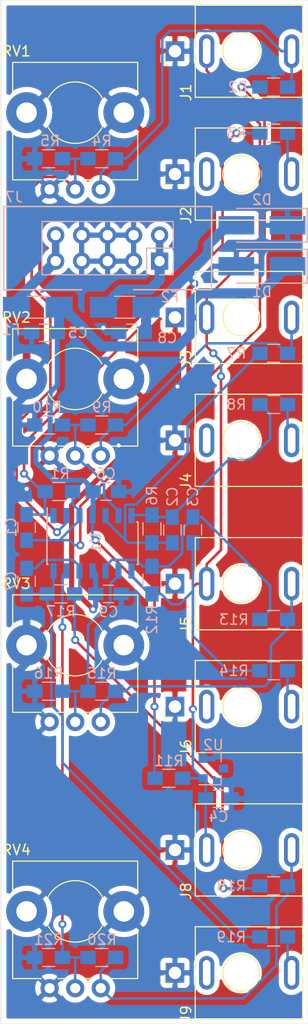
<source format=kicad_pcb>
(kicad_pcb (version 20171130) (host pcbnew "(5.1.4)-1")
  (layers (0 F.Cu signal hide) (31 B.Cu signal) (34 B.Paste user hide) (35 F.Paste user hide) (36 B.SilkS user) (37 F.SilkS user hide) (38 B.Mask user hide) (39 F.Mask user hide) (44 Edge.Cuts user hide))
  (net 0 "")
  (net 1 "Net-(C1-Pad1)")
  (net 2 "Net-(C1-Pad2)")
  (net 3 "Net-(C2-Pad2)")
  (net 4 "Net-(C2-Pad1)")
  (net 5 "Net-(C3-Pad1)")
  (net 6 "Net-(C3-Pad2)")
  (net 7 GND)
  (net 8 +5V)
  (net 9 +12V)
  (net 10 "Net-(C7-Pad2)")
  (net 11 "Net-(C7-Pad1)")
  (net 12 -12V)
  (net 13 "Net-(F1-Pad1)")
  (net 14 "Net-(F2-Pad1)")
  (net 15 "Net-(J1-PadT)")
  (net 16 "Net-(J2-PadTN)")
  (net 17 "Net-(J2-PadT)")
  (net 18 "Net-(J3-PadT)")
  (net 19 "Net-(J4-PadT)")
  (net 20 "Net-(J4-PadTN)")
  (net 21 "Net-(J5-PadT)")
  (net 22 "Net-(J6-PadT)")
  (net 23 "Net-(J6-PadTN)")
  (net 24 "Net-(J8-PadT)")
  (net 25 "Net-(J9-PadT)")
  (net 26 "Net-(J9-PadTN)")
  (net 27 "Net-(R4-Pad1)")
  (net 28 "Net-(R10-Pad2)")
  (net 29 "Net-(R15-Pad1)")
  (net 30 "Net-(R20-Pad1)")
  (module _NTSFootprints:Potentiometer_Alps_RK09L_Plated_Mount_Holes (layer F.Cu) (at 109.75 146.5 90)
    (fp_text reference RV4 (at 13.5 -8.25 180) (layer F.SilkS))
    (fp_text value 100k)
    (pad "" thru_hole circle (at 7.5 2.25 90) (size 4 4) (drill 2) (layers *.Cu *.Mask) (net 7 GND))
    (pad "" thru_hole circle (at 7.5 -7.25 90) (size 4 4) (drill 2) (layers *.Cu *.Mask) (net 7 GND))
    (pad 1 thru_hole circle (at 0 0 90) (size 1.8 1.8) (drill 1) (layers *.Cu *.Mask) (net 24 "Net-(J8-PadT)"))
    (pad 2 thru_hole circle (at 0 -2.5 90) (size 1.8 1.8) (drill 1) (layers *.Cu *.Mask) (net 30 "Net-(R20-Pad1)"))
    (pad 3 thru_hole circle (at 0 -5 90) (size 1.8 1.8) (drill 1) (layers *.Cu *.Mask) (net 7 GND))
  )
  (module Capacitors_SMD:C_0805_HandSoldering (layer B.Cu) (at 102.5 101.5 270)
    (fp_text reference C1 (at 0 1.5 90) (layer B.SilkS) (effects (justify mirror)))
    (fp_text value 10pF)
    (pad 1 smd rect (at -1.25 0 270) (size 1.5 1.25) (layers B.Cu B.Paste B.Mask) (net 1 "Net-(C1-Pad1)"))
    (pad 2 smd rect (at 1.25 0 270) (size 1.5 1.25) (layers B.Cu B.Paste B.Mask) (net 2 "Net-(C1-Pad2)"))
  )
  (module Capacitors_SMD:C_0805_HandSoldering (layer B.Cu) (at 116.75 101.75 270)
    (fp_text reference C2 (at -3.25 0 90) (layer B.SilkS) (effects (justify mirror)))
    (fp_text value 10pF)
    (pad 2 smd rect (at 1.25 0 270) (size 1.5 1.25) (layers B.Cu B.Paste B.Mask) (net 3 "Net-(C2-Pad2)"))
    (pad 1 smd rect (at -1.25 0 270) (size 1.5 1.25) (layers B.Cu B.Paste B.Mask) (net 4 "Net-(C2-Pad1)"))
  )
  (module Capacitors_SMD:C_0805_HandSoldering (layer B.Cu) (at 118.75 101.75 90)
    (fp_text reference C3 (at 3.25 0 90) (layer B.SilkS) (effects (justify mirror)))
    (fp_text value 10pF)
    (pad 1 smd rect (at -1.25 0 90) (size 1.5 1.25) (layers B.Cu B.Paste B.Mask) (net 5 "Net-(C3-Pad1)"))
    (pad 2 smd rect (at 1.25 0 90) (size 1.5 1.25) (layers B.Cu B.Paste B.Mask) (net 6 "Net-(C3-Pad2)"))
  )
  (module Capacitors_SMD:C_0805_HandSoldering (layer B.Cu) (at 121.25 128)
    (fp_text reference C4 (at 0 1.75) (layer B.SilkS) (effects (justify mirror)))
    (fp_text value 100nF)
    (pad 2 smd rect (at 1.25 0) (size 1.5 1.25) (layers B.Cu B.Paste B.Mask) (net 7 GND))
    (pad 1 smd rect (at -1.25 0) (size 1.5 1.25) (layers B.Cu B.Paste B.Mask) (net 8 +5V))
  )
  (module Capacitors_SMD:C_0805_HandSoldering (layer B.Cu) (at 104.25 82.5 180)
    (fp_text reference C5 (at -3.25 0) (layer B.SilkS) (effects (justify mirror)))
    (fp_text value 10uF)
    (pad 2 smd rect (at 1.25 0 180) (size 1.5 1.25) (layers B.Cu B.Paste B.Mask) (net 7 GND))
    (pad 1 smd rect (at -1.25 0 180) (size 1.5 1.25) (layers B.Cu B.Paste B.Mask) (net 9 +12V))
  )
  (module Capacitors_SMD:C_0805_HandSoldering (layer B.Cu) (at 110.25 98)
    (fp_text reference C6 (at 0 -1.75) (layer B.SilkS) (effects (justify mirror)))
    (fp_text value 100nF)
    (pad 2 smd rect (at 1.25 0) (size 1.5 1.25) (layers B.Cu B.Paste B.Mask) (net 7 GND))
    (pad 1 smd rect (at -1.25 0) (size 1.5 1.25) (layers B.Cu B.Paste B.Mask) (net 9 +12V))
  )
  (module Capacitors_SMD:C_0805_HandSoldering (layer B.Cu) (at 102.5 106.75 90)
    (fp_text reference C7 (at 0 -1.5 90) (layer B.SilkS) (effects (justify mirror)))
    (fp_text value 10pF)
    (pad 2 smd rect (at 1.25 0 90) (size 1.5 1.25) (layers B.Cu B.Paste B.Mask) (net 10 "Net-(C7-Pad2)"))
    (pad 1 smd rect (at -1.25 0 90) (size 1.5 1.25) (layers B.Cu B.Paste B.Mask) (net 11 "Net-(C7-Pad1)"))
  )
  (module Capacitors_SMD:C_0805_HandSoldering (layer B.Cu) (at 112.75 82.5)
    (fp_text reference C8 (at 3.5 0.5) (layer B.SilkS) (effects (justify mirror)))
    (fp_text value 10uF)
    (pad 1 smd rect (at -1.25 0) (size 1.5 1.25) (layers B.Cu B.Paste B.Mask) (net 7 GND))
    (pad 2 smd rect (at 1.25 0) (size 1.5 1.25) (layers B.Cu B.Paste B.Mask) (net 12 -12V))
  )
  (module Capacitors_SMD:C_0805_HandSoldering (layer B.Cu) (at 110.5 108 180)
    (fp_text reference C9 (at 0 -1.75 180) (layer B.SilkS) (effects (justify mirror)))
    (fp_text value 100nF)
    (pad 1 smd rect (at -1.25 0 180) (size 1.5 1.25) (layers B.Cu B.Paste B.Mask) (net 7 GND))
    (pad 2 smd rect (at 1.25 0 180) (size 1.5 1.25) (layers B.Cu B.Paste B.Mask) (net 12 -12V))
  )
  (module Diodes_SMD:D_SMA_Handsoldering (layer B.Cu) (at 125.5 76 180)
    (fp_text reference D1 (at 0 -2.5 180) (layer B.SilkS) (effects (justify mirror)))
    (fp_text value D)
    (pad 1 smd rect (at -2.5 0 180) (size 3.5 1.8) (layers B.Cu B.Paste B.Mask) (net 9 +12V))
    (pad 2 smd rect (at 2.5 0 180) (size 3.5 1.8) (layers B.Cu B.Paste B.Mask) (net 7 GND))
  )
  (module Diodes_SMD:D_SMA_Handsoldering (layer B.Cu) (at 125.5 72 180)
    (fp_text reference D2 (at 0 2.5) (layer B.SilkS) (effects (justify mirror)))
    (fp_text value D)
    (pad 2 smd rect (at 2.5 0 180) (size 3.5 1.8) (layers B.Cu B.Paste B.Mask) (net 12 -12V))
    (pad 1 smd rect (at -2.5 0 180) (size 3.5 1.8) (layers B.Cu B.Paste B.Mask) (net 7 GND))
  )
  (module Fuse_Holders_and_Fuses:Fuse_SMD1206_HandSoldering (layer B.Cu) (at 103.59 80)
    (fp_text reference F1 (at -2.59 2.2 180) (layer B.SilkS) (effects (justify mirror)))
    (fp_text value Polyfuse)
    (pad 1 smd rect (at -2.09 0 270) (size 2.03 2.65) (layers B.Cu B.Paste B.Mask) (net 13 "Net-(F1-Pad1)"))
    (pad 2 smd rect (at 2.09 0 270) (size 2.03 2.65) (layers B.Cu B.Paste B.Mask) (net 9 +12V))
  )
  (module Fuse_Holders_and_Fuses:Fuse_SMD1206_HandSoldering (layer B.Cu) (at 112.09 80)
    (fp_text reference F2 (at 4.41 -1 180) (layer B.SilkS) (effects (justify mirror)))
    (fp_text value Polyfuse)
    (pad 2 smd rect (at 2.09 0 270) (size 2.03 2.65) (layers B.Cu B.Paste B.Mask) (net 12 -12V))
    (pad 1 smd rect (at -2.09 0 270) (size 2.03 2.65) (layers B.Cu B.Paste B.Mask) (net 14 "Net-(F2-Pad1)"))
  )
  (module _NTSFootprints:Jack_3.5mm_QingPu_WQP-PJ398SM_Vertical_CenterHole_OvalPads (layer F.Cu) (at 117 55 90)
    (fp_text reference J1 (at -4.03 1.08 90) (layer F.SilkS))
    (fp_text value AudioJack2_SwitchT hide)
    (pad "" np_thru_hole circle (at 0 6.477 270) (size 3 3) (drill 3) (layers *.Cu *.Mask))
    (pad TN thru_hole oval (at 0 3.1 270) (size 3.3 1.5) (drill oval 2.5 0.75) (layers *.Cu *.Mask) (net 8 +5V))
    (pad S thru_hole rect (at 0 0 270) (size 1.93 1.83) (drill 1.22) (layers *.Cu *.Mask) (net 7 GND))
    (pad T thru_hole oval (at 0 11.4 270) (size 3.3 1.5) (drill oval 2.5 0.75) (layers *.Cu *.Mask) (net 15 "Net-(J1-PadT)"))
  )
  (module _NTSFootprints:Jack_3.5mm_QingPu_WQP-PJ398SM_Vertical_CenterHole_OvalPads (layer F.Cu) (at 117 67 90)
    (fp_text reference J2 (at -4.03 1.08 90) (layer F.SilkS))
    (fp_text value AudioJack2_SwitchT hide)
    (pad "" np_thru_hole circle (at 0 6.477 270) (size 3 3) (drill 3) (layers *.Cu *.Mask))
    (pad TN thru_hole oval (at 0 3.1 270) (size 3.3 1.5) (drill oval 2.5 0.75) (layers *.Cu *.Mask) (net 16 "Net-(J2-PadTN)"))
    (pad S thru_hole rect (at 0 0 270) (size 1.93 1.83) (drill 1.22) (layers *.Cu *.Mask) (net 7 GND))
    (pad T thru_hole oval (at 0 11.4 270) (size 3.3 1.5) (drill oval 2.5 0.75) (layers *.Cu *.Mask) (net 17 "Net-(J2-PadT)"))
  )
  (module _NTSFootprints:Jack_3.5mm_QingPu_WQP-PJ398SM_Vertical_CenterHole_OvalPads (layer F.Cu) (at 117 81 90)
    (fp_text reference J3 (at -4.03 1.08 90) (layer F.SilkS))
    (fp_text value AudioJack2_SwitchT hide)
    (pad "" np_thru_hole circle (at 0 6.477 270) (size 3 3) (drill 3) (layers *.Cu *.Mask))
    (pad TN thru_hole oval (at 0 3.1 270) (size 3.3 1.5) (drill oval 2.5 0.75) (layers *.Cu *.Mask) (net 8 +5V))
    (pad S thru_hole rect (at 0 0 270) (size 1.93 1.83) (drill 1.22) (layers *.Cu *.Mask) (net 7 GND))
    (pad T thru_hole oval (at 0 11.4 270) (size 3.3 1.5) (drill oval 2.5 0.75) (layers *.Cu *.Mask) (net 18 "Net-(J3-PadT)"))
  )
  (module _NTSFootprints:Jack_3.5mm_QingPu_WQP-PJ398SM_Vertical_CenterHole_OvalPads (layer F.Cu) (at 117 93 90)
    (fp_text reference J4 (at -4.03 1.08 90) (layer F.SilkS))
    (fp_text value AudioJack2_SwitchT hide)
    (pad T thru_hole oval (at 0 11.4 270) (size 3.3 1.5) (drill oval 2.5 0.75) (layers *.Cu *.Mask) (net 19 "Net-(J4-PadT)"))
    (pad S thru_hole rect (at 0 0 270) (size 1.93 1.83) (drill 1.22) (layers *.Cu *.Mask) (net 7 GND))
    (pad TN thru_hole oval (at 0 3.1 270) (size 3.3 1.5) (drill oval 2.5 0.75) (layers *.Cu *.Mask) (net 20 "Net-(J4-PadTN)"))
    (pad "" np_thru_hole circle (at 0 6.477 270) (size 3 3) (drill 3) (layers *.Cu *.Mask))
  )
  (module _NTSFootprints:Jack_3.5mm_QingPu_WQP-PJ398SM_Vertical_CenterHole_OvalPads (layer F.Cu) (at 117 107 90)
    (fp_text reference J5 (at -4.03 1.08 90) (layer F.SilkS))
    (fp_text value AudioJack2_SwitchT hide)
    (pad "" np_thru_hole circle (at 0 6.477 270) (size 3 3) (drill 3) (layers *.Cu *.Mask))
    (pad TN thru_hole oval (at 0 3.1 270) (size 3.3 1.5) (drill oval 2.5 0.75) (layers *.Cu *.Mask) (net 8 +5V))
    (pad S thru_hole rect (at 0 0 270) (size 1.93 1.83) (drill 1.22) (layers *.Cu *.Mask) (net 7 GND))
    (pad T thru_hole oval (at 0 11.4 270) (size 3.3 1.5) (drill oval 2.5 0.75) (layers *.Cu *.Mask) (net 21 "Net-(J5-PadT)"))
  )
  (module _NTSFootprints:Jack_3.5mm_QingPu_WQP-PJ398SM_Vertical_CenterHole_OvalPads (layer F.Cu) (at 117 119 90)
    (fp_text reference J6 (at -4.03 1.08 90) (layer F.SilkS))
    (fp_text value AudioJack2_SwitchT hide)
    (pad T thru_hole oval (at 0 11.4 270) (size 3.3 1.5) (drill oval 2.5 0.75) (layers *.Cu *.Mask) (net 22 "Net-(J6-PadT)"))
    (pad S thru_hole rect (at 0 0 270) (size 1.93 1.83) (drill 1.22) (layers *.Cu *.Mask) (net 7 GND))
    (pad TN thru_hole oval (at 0 3.1 270) (size 3.3 1.5) (drill oval 2.5 0.75) (layers *.Cu *.Mask) (net 23 "Net-(J6-PadTN)"))
    (pad "" np_thru_hole circle (at 0 6.477 270) (size 3 3) (drill 3) (layers *.Cu *.Mask))
  )
  (module _NTSFootprints:Jack_3.5mm_QingPu_WQP-PJ398SM_Vertical_CenterHole_OvalPads (layer F.Cu) (at 117 133 90)
    (fp_text reference J8 (at -4.03 1.08 90) (layer F.SilkS))
    (fp_text value AudioJack2_SwitchT hide)
    (pad T thru_hole oval (at 0 11.4 270) (size 3.3 1.5) (drill oval 2.5 0.75) (layers *.Cu *.Mask) (net 24 "Net-(J8-PadT)"))
    (pad S thru_hole rect (at 0 0 270) (size 1.93 1.83) (drill 1.22) (layers *.Cu *.Mask) (net 7 GND))
    (pad TN thru_hole oval (at 0 3.1 270) (size 3.3 1.5) (drill oval 2.5 0.75) (layers *.Cu *.Mask) (net 8 +5V))
    (pad "" np_thru_hole circle (at 0 6.477 270) (size 3 3) (drill 3) (layers *.Cu *.Mask))
  )
  (module _NTSFootprints:Jack_3.5mm_QingPu_WQP-PJ398SM_Vertical_CenterHole_OvalPads (layer F.Cu) (at 117 145 90)
    (fp_text reference J9 (at -4.03 1.08 90) (layer F.SilkS))
    (fp_text value AudioJack2_SwitchT hide)
    (pad T thru_hole oval (at 0 11.4 270) (size 3.3 1.5) (drill oval 2.5 0.75) (layers *.Cu *.Mask) (net 25 "Net-(J9-PadT)"))
    (pad S thru_hole rect (at 0 0 270) (size 1.93 1.83) (drill 1.22) (layers *.Cu *.Mask) (net 7 GND))
    (pad TN thru_hole oval (at 0 3.1 270) (size 3.3 1.5) (drill oval 2.5 0.75) (layers *.Cu *.Mask) (net 26 "Net-(J9-PadTN)"))
    (pad "" np_thru_hole circle (at 0 6.477 270) (size 3 3) (drill 3) (layers *.Cu *.Mask))
  )
  (module Resistors_SMD:R_0805_HandSoldering (layer B.Cu) (at 105.65 98)
    (fp_text reference R1 (at 0.1 -1.75) (layer B.SilkS) (effects (justify mirror)))
    (fp_text value 100k)
    (pad 1 smd rect (at -1.35 0) (size 1.5 1.3) (layers B.Cu B.Paste B.Mask) (net 1 "Net-(C1-Pad1)"))
    (pad 2 smd rect (at 1.35 0) (size 1.5 1.3) (layers B.Cu B.Paste B.Mask) (net 2 "Net-(C1-Pad2)"))
  )
  (module Resistors_SMD:R_0805_HandSoldering (layer B.Cu) (at 126.65 58.5)
    (fp_text reference R2 (at -3.5 0) (layer B.SilkS) (effects (justify mirror)))
    (fp_text value 100k)
    (pad 1 smd rect (at -1.35 0) (size 1.5 1.3) (layers B.Cu B.Paste B.Mask) (net 2 "Net-(C1-Pad2)"))
    (pad 2 smd rect (at 1.35 0) (size 1.5 1.3) (layers B.Cu B.Paste B.Mask) (net 15 "Net-(J1-PadT)"))
  )
  (module Resistors_SMD:R_0805_HandSoldering (layer B.Cu) (at 126.65 63 180)
    (fp_text reference R3 (at 3.65 0) (layer B.SilkS) (effects (justify mirror)))
    (fp_text value 100)
    (pad 2 smd rect (at 1.35 0 180) (size 1.5 1.3) (layers B.Cu B.Paste B.Mask) (net 1 "Net-(C1-Pad1)"))
    (pad 1 smd rect (at -1.35 0 180) (size 1.5 1.3) (layers B.Cu B.Paste B.Mask) (net 17 "Net-(J2-PadT)"))
  )
  (module Resistors_SMD:R_0805_HandSoldering (layer B.Cu) (at 109.85 65.5)
    (fp_text reference R4 (at 0 -1.75) (layer B.SilkS) (effects (justify mirror)))
    (fp_text value 100k)
    (pad 2 smd rect (at 1.35 0) (size 1.5 1.3) (layers B.Cu B.Paste B.Mask) (net 15 "Net-(J1-PadT)"))
    (pad 1 smd rect (at -1.35 0) (size 1.5 1.3) (layers B.Cu B.Paste B.Mask) (net 27 "Net-(R4-Pad1)"))
  )
  (module Resistors_SMD:R_0805_HandSoldering (layer B.Cu) (at 104.65 65.5)
    (fp_text reference R5 (at 0.15 -1.75) (layer B.SilkS) (effects (justify mirror)))
    (fp_text value 100k)
    (pad 1 smd rect (at -1.35 0) (size 1.5 1.3) (layers B.Cu B.Paste B.Mask) (net 7 GND))
    (pad 2 smd rect (at 1.35 0) (size 1.5 1.3) (layers B.Cu B.Paste B.Mask) (net 27 "Net-(R4-Pad1)"))
  )
  (module Resistors_SMD:R_0805_HandSoldering (layer B.Cu) (at 114.75 101.65 270)
    (fp_text reference R6 (at -3.25 0 90) (layer B.SilkS) (effects (justify mirror)))
    (fp_text value 100k)
    (pad 2 smd rect (at 1.35 0 270) (size 1.5 1.3) (layers B.Cu B.Paste B.Mask) (net 3 "Net-(C2-Pad2)"))
    (pad 1 smd rect (at -1.35 0 270) (size 1.5 1.3) (layers B.Cu B.Paste B.Mask) (net 4 "Net-(C2-Pad1)"))
  )
  (module Resistors_SMD:R_0805_HandSoldering (layer B.Cu) (at 126.65 84.5)
    (fp_text reference R7 (at -3.65 0) (layer B.SilkS) (effects (justify mirror)))
    (fp_text value 100k)
    (pad 2 smd rect (at 1.35 0) (size 1.5 1.3) (layers B.Cu B.Paste B.Mask) (net 18 "Net-(J3-PadT)"))
    (pad 1 smd rect (at -1.35 0) (size 1.5 1.3) (layers B.Cu B.Paste B.Mask) (net 3 "Net-(C2-Pad2)"))
  )
  (module Resistors_SMD:R_0805_HandSoldering (layer B.Cu) (at 126.65 89.5 180)
    (fp_text reference R8 (at 3.65 0) (layer B.SilkS) (effects (justify mirror)))
    (fp_text value 100)
    (pad 2 smd rect (at 1.35 0 180) (size 1.5 1.3) (layers B.Cu B.Paste B.Mask) (net 4 "Net-(C2-Pad1)"))
    (pad 1 smd rect (at -1.35 0 180) (size 1.5 1.3) (layers B.Cu B.Paste B.Mask) (net 19 "Net-(J4-PadT)"))
  )
  (module Resistors_SMD:R_0805_HandSoldering (layer B.Cu) (at 109.85 91.5)
    (fp_text reference R9 (at 0 -1.75) (layer B.SilkS) (effects (justify mirror)))
    (fp_text value 100k)
    (pad 1 smd rect (at -1.35 0) (size 1.5 1.3) (layers B.Cu B.Paste B.Mask) (net 28 "Net-(R10-Pad2)"))
    (pad 2 smd rect (at 1.35 0) (size 1.5 1.3) (layers B.Cu B.Paste B.Mask) (net 18 "Net-(J3-PadT)"))
  )
  (module Resistors_SMD:R_0805_HandSoldering (layer B.Cu) (at 104.65 91.5)
    (fp_text reference R10 (at -0.15 -1.75) (layer B.SilkS) (effects (justify mirror)))
    (fp_text value 100k)
    (pad 2 smd rect (at 1.35 0) (size 1.5 1.3) (layers B.Cu B.Paste B.Mask) (net 28 "Net-(R10-Pad2)"))
    (pad 1 smd rect (at -1.35 0) (size 1.5 1.3) (layers B.Cu B.Paste B.Mask) (net 7 GND))
  )
  (module Resistors_SMD:R_0805_HandSoldering (layer B.Cu) (at 116.4 126 180)
    (fp_text reference R11 (at 0 1.7) (layer B.SilkS) (effects (justify mirror)))
    (fp_text value 1k)
    (pad 1 smd rect (at -1.35 0 180) (size 1.5 1.3) (layers B.Cu B.Paste B.Mask) (net 8 +5V))
    (pad 2 smd rect (at 1.35 0 180) (size 1.5 1.3) (layers B.Cu B.Paste B.Mask) (net 9 +12V))
  )
  (module Resistors_SMD:R_0805_HandSoldering (layer B.Cu) (at 114.75 106.65 90)
    (fp_text reference R12 (at -3.85 0 90) (layer B.SilkS) (effects (justify mirror)))
    (fp_text value 100k)
    (pad 2 smd rect (at 1.35 0 90) (size 1.5 1.3) (layers B.Cu B.Paste B.Mask) (net 6 "Net-(C3-Pad2)"))
    (pad 1 smd rect (at -1.35 0 90) (size 1.5 1.3) (layers B.Cu B.Paste B.Mask) (net 5 "Net-(C3-Pad1)"))
  )
  (module Resistors_SMD:R_0805_HandSoldering (layer B.Cu) (at 126.65 110.5)
    (fp_text reference R13 (at -3.9 0) (layer B.SilkS) (effects (justify mirror)))
    (fp_text value 100k)
    (pad 2 smd rect (at 1.35 0) (size 1.5 1.3) (layers B.Cu B.Paste B.Mask) (net 21 "Net-(J5-PadT)"))
    (pad 1 smd rect (at -1.35 0) (size 1.5 1.3) (layers B.Cu B.Paste B.Mask) (net 6 "Net-(C3-Pad2)"))
  )
  (module Resistors_SMD:R_0805_HandSoldering (layer B.Cu) (at 126.65 115.5 180)
    (fp_text reference R14 (at 3.9 0) (layer B.SilkS) (effects (justify mirror)))
    (fp_text value 100)
    (pad 1 smd rect (at -1.35 0 180) (size 1.5 1.3) (layers B.Cu B.Paste B.Mask) (net 22 "Net-(J6-PadT)"))
    (pad 2 smd rect (at 1.35 0 180) (size 1.5 1.3) (layers B.Cu B.Paste B.Mask) (net 5 "Net-(C3-Pad1)"))
  )
  (module Resistors_SMD:R_0805_HandSoldering (layer B.Cu) (at 109.85 117.5)
    (fp_text reference R15 (at 0 -1.75) (layer B.SilkS) (effects (justify mirror)))
    (fp_text value 100k)
    (pad 1 smd rect (at -1.35 0) (size 1.5 1.3) (layers B.Cu B.Paste B.Mask) (net 29 "Net-(R15-Pad1)"))
    (pad 2 smd rect (at 1.35 0) (size 1.5 1.3) (layers B.Cu B.Paste B.Mask) (net 21 "Net-(J5-PadT)"))
  )
  (module Resistors_SMD:R_0805_HandSoldering (layer B.Cu) (at 104.65 117.5)
    (fp_text reference R16 (at 0 -1.75) (layer B.SilkS) (effects (justify mirror)))
    (fp_text value 100k)
    (pad 2 smd rect (at 1.35 0) (size 1.5 1.3) (layers B.Cu B.Paste B.Mask) (net 29 "Net-(R15-Pad1)"))
    (pad 1 smd rect (at -1.35 0) (size 1.5 1.3) (layers B.Cu B.Paste B.Mask) (net 7 GND))
  )
  (module Resistors_SMD:R_0805_HandSoldering (layer B.Cu) (at 105.85 108)
    (fp_text reference R17 (at 0 1.7) (layer B.SilkS) (effects (justify mirror)))
    (fp_text value 100k)
    (pad 2 smd rect (at 1.35 0) (size 1.5 1.3) (layers B.Cu B.Paste B.Mask) (net 10 "Net-(C7-Pad2)"))
    (pad 1 smd rect (at -1.35 0) (size 1.5 1.3) (layers B.Cu B.Paste B.Mask) (net 11 "Net-(C7-Pad1)"))
  )
  (module Resistors_SMD:R_0805_HandSoldering (layer B.Cu) (at 126.65 136.5)
    (fp_text reference R18 (at -4.15 0) (layer B.SilkS) (effects (justify mirror)))
    (fp_text value 100k)
    (pad 2 smd rect (at 1.35 0) (size 1.5 1.3) (layers B.Cu B.Paste B.Mask) (net 24 "Net-(J8-PadT)"))
    (pad 1 smd rect (at -1.35 0) (size 1.5 1.3) (layers B.Cu B.Paste B.Mask) (net 10 "Net-(C7-Pad2)"))
  )
  (module Resistors_SMD:R_0805_HandSoldering (layer B.Cu) (at 126.65 141.5 180)
    (fp_text reference R19 (at 4.15 0) (layer B.SilkS) (effects (justify mirror)))
    (fp_text value 100)
    (pad 1 smd rect (at -1.35 0 180) (size 1.5 1.3) (layers B.Cu B.Paste B.Mask) (net 25 "Net-(J9-PadT)"))
    (pad 2 smd rect (at 1.35 0 180) (size 1.5 1.3) (layers B.Cu B.Paste B.Mask) (net 11 "Net-(C7-Pad1)"))
  )
  (module Resistors_SMD:R_0805_HandSoldering (layer B.Cu) (at 109.85 143.5)
    (fp_text reference R20 (at 0 -1.75) (layer B.SilkS) (effects (justify mirror)))
    (fp_text value 100k)
    (pad 1 smd rect (at -1.35 0) (size 1.5 1.3) (layers B.Cu B.Paste B.Mask) (net 30 "Net-(R20-Pad1)"))
    (pad 2 smd rect (at 1.35 0) (size 1.5 1.3) (layers B.Cu B.Paste B.Mask) (net 24 "Net-(J8-PadT)"))
  )
  (module Resistors_SMD:R_0805_HandSoldering (layer B.Cu) (at 104.65 143.5)
    (fp_text reference R21 (at 0 -1.75) (layer B.SilkS) (effects (justify mirror)))
    (fp_text value 100k)
    (pad 2 smd rect (at 1.35 0) (size 1.5 1.3) (layers B.Cu B.Paste B.Mask) (net 30 "Net-(R20-Pad1)"))
    (pad 1 smd rect (at -1.35 0) (size 1.5 1.3) (layers B.Cu B.Paste B.Mask) (net 7 GND))
  )
  (module Housings_SOIC:SOIC-14_3.9x8.7mm_Pitch1.27mm (layer B.Cu) (at 108.94 103.05 270)
    (fp_text reference U1 (at -0.05 -0.31 90) (layer B.SilkS) (effects (justify mirror)))
    (fp_text value TL084)
    (pad 14 smd rect (at 2.7 3.81 270) (size 1.5 0.6) (layers B.Cu B.Paste B.Mask) (net 11 "Net-(C7-Pad1)"))
    (pad 13 smd rect (at 2.7 2.54 270) (size 1.5 0.6) (layers B.Cu B.Paste B.Mask) (net 30 "Net-(R20-Pad1)"))
    (pad 12 smd rect (at 2.7 1.27 270) (size 1.5 0.6) (layers B.Cu B.Paste B.Mask) (net 10 "Net-(C7-Pad2)"))
    (pad 11 smd rect (at 2.7 0 270) (size 1.5 0.6) (layers B.Cu B.Paste B.Mask) (net 12 -12V))
    (pad 10 smd rect (at 2.7 -1.27 270) (size 1.5 0.6) (layers B.Cu B.Paste B.Mask) (net 6 "Net-(C3-Pad2)"))
    (pad 9 smd rect (at 2.7 -2.54 270) (size 1.5 0.6) (layers B.Cu B.Paste B.Mask) (net 29 "Net-(R15-Pad1)"))
    (pad 8 smd rect (at 2.7 -3.81 270) (size 1.5 0.6) (layers B.Cu B.Paste B.Mask) (net 5 "Net-(C3-Pad1)"))
    (pad 7 smd rect (at -2.7 -3.81 270) (size 1.5 0.6) (layers B.Cu B.Paste B.Mask) (net 4 "Net-(C2-Pad1)"))
    (pad 6 smd rect (at -2.7 -2.54 270) (size 1.5 0.6) (layers B.Cu B.Paste B.Mask) (net 28 "Net-(R10-Pad2)"))
    (pad 5 smd rect (at -2.7 -1.27 270) (size 1.5 0.6) (layers B.Cu B.Paste B.Mask) (net 3 "Net-(C2-Pad2)"))
    (pad 4 smd rect (at -2.7 0 270) (size 1.5 0.6) (layers B.Cu B.Paste B.Mask) (net 9 +12V))
    (pad 3 smd rect (at -2.7 1.27 270) (size 1.5 0.6) (layers B.Cu B.Paste B.Mask) (net 2 "Net-(C1-Pad2)"))
    (pad 2 smd rect (at -2.7 2.54 270) (size 1.5 0.6) (layers B.Cu B.Paste B.Mask) (net 27 "Net-(R4-Pad1)"))
    (pad 1 smd rect (at -2.7 3.81 270) (size 1.5 0.6) (layers B.Cu B.Paste B.Mask) (net 1 "Net-(C1-Pad1)"))
  )
  (module TO_SOT_Packages_SMD:SOT-23 (layer B.Cu) (at 120.75 125.05)
    (fp_text reference U2 (at 0 -2.3) (layer B.SilkS) (effects (justify mirror)))
    (fp_text value LM4040DBZ-5)
    (pad 3 smd rect (at 1 0) (size 0.9 0.8) (layers B.Cu B.Paste B.Mask))
    (pad 2 smd rect (at -1 -0.95) (size 0.9 0.8) (layers B.Cu B.Paste B.Mask) (net 7 GND))
    (pad 1 smd rect (at -1 0.95) (size 0.9 0.8) (layers B.Cu B.Paste B.Mask) (net 8 +5V))
  )
  (module _NTSFootprints:Potentiometer_Alps_RK09L_Plated_Mount_Holes (layer F.Cu) (at 109.75 68.5 90)
    (fp_text reference RV1 (at 13.5 -8.25 180) (layer F.SilkS))
    (fp_text value 100k)
    (pad 3 thru_hole circle (at 0 -5 90) (size 1.8 1.8) (drill 1) (layers *.Cu *.Mask) (net 7 GND))
    (pad 2 thru_hole circle (at 0 -2.5 90) (size 1.8 1.8) (drill 1) (layers *.Cu *.Mask) (net 27 "Net-(R4-Pad1)"))
    (pad 1 thru_hole circle (at 0 0 90) (size 1.8 1.8) (drill 1) (layers *.Cu *.Mask) (net 15 "Net-(J1-PadT)"))
    (pad "" thru_hole circle (at 7.5 -7.25 90) (size 4 4) (drill 2) (layers *.Cu *.Mask) (net 7 GND))
    (pad "" thru_hole circle (at 7.5 2.25 90) (size 4 4) (drill 2) (layers *.Cu *.Mask) (net 7 GND))
  )
  (module _NTSFootprints:Potentiometer_Alps_RK09L_Plated_Mount_Holes (layer F.Cu) (at 109.75 94.5 90)
    (fp_text reference RV2 (at 13.5 -8.25 180) (layer F.SilkS))
    (fp_text value 100k)
    (pad 3 thru_hole circle (at 0 -5 90) (size 1.8 1.8) (drill 1) (layers *.Cu *.Mask) (net 7 GND))
    (pad 2 thru_hole circle (at 0 -2.5 90) (size 1.8 1.8) (drill 1) (layers *.Cu *.Mask) (net 28 "Net-(R10-Pad2)"))
    (pad 1 thru_hole circle (at 0 0 90) (size 1.8 1.8) (drill 1) (layers *.Cu *.Mask) (net 18 "Net-(J3-PadT)"))
    (pad "" thru_hole circle (at 7.5 -7.25 90) (size 4 4) (drill 2) (layers *.Cu *.Mask) (net 7 GND))
    (pad "" thru_hole circle (at 7.5 2.25 90) (size 4 4) (drill 2) (layers *.Cu *.Mask) (net 7 GND))
  )
  (module _NTSFootprints:Potentiometer_Alps_RK09L_Plated_Mount_Holes (layer F.Cu) (at 109.75 120.5 90)
    (fp_text reference RV3 (at 13.5 -8.25 180) (layer F.SilkS))
    (fp_text value 100k)
    (pad "" thru_hole circle (at 7.5 2.25 90) (size 4 4) (drill 2) (layers *.Cu *.Mask) (net 7 GND))
    (pad "" thru_hole circle (at 7.5 -7.25 90) (size 4 4) (drill 2) (layers *.Cu *.Mask) (net 7 GND))
    (pad 1 thru_hole circle (at 0 0 90) (size 1.8 1.8) (drill 1) (layers *.Cu *.Mask) (net 21 "Net-(J5-PadT)"))
    (pad 2 thru_hole circle (at 0 -2.5 90) (size 1.8 1.8) (drill 1) (layers *.Cu *.Mask) (net 29 "Net-(R15-Pad1)"))
    (pad 3 thru_hole circle (at 0 -5 90) (size 1.8 1.8) (drill 1) (layers *.Cu *.Mask) (net 7 GND))
  )
  (module _NTSFootprints:PinHeader_2x05_P2.54mm_Vertical_Shrouded (layer B.Cu) (at 115.5 75.5 90)
    (fp_text reference J7 (at 6.25 -14.25 180) (layer B.SilkS) (effects (justify mirror)))
    (fp_text value Conn_02x05_Odd_Even hide)
    (pad 1 thru_hole rect (at 0 0 90) (size 1.7 1.7) (drill 1) (layers *.Cu *.Mask) (net 14 "Net-(F2-Pad1)"))
    (pad 2 thru_hole oval (at 2.54 0 90) (size 1.7 1.7) (drill 1) (layers *.Cu *.Mask) (net 14 "Net-(F2-Pad1)"))
    (pad 3 thru_hole oval (at 0 -2.54 90) (size 1.7 1.7) (drill 1) (layers *.Cu *.Mask) (net 7 GND))
    (pad 4 thru_hole oval (at 2.54 -2.54 90) (size 1.7 1.7) (drill 1) (layers *.Cu *.Mask) (net 7 GND))
    (pad 5 thru_hole oval (at 0 -5.08 90) (size 1.7 1.7) (drill 1) (layers *.Cu *.Mask) (net 7 GND))
    (pad 6 thru_hole oval (at 2.54 -5.08 90) (size 1.7 1.7) (drill 1) (layers *.Cu *.Mask) (net 7 GND))
    (pad 7 thru_hole oval (at 0 -7.62 90) (size 1.7 1.7) (drill 1) (layers *.Cu *.Mask) (net 7 GND))
    (pad 8 thru_hole oval (at 2.54 -7.62 90) (size 1.7 1.7) (drill 1) (layers *.Cu *.Mask) (net 7 GND))
    (pad 9 thru_hole oval (at 0 -10.16 90) (size 1.7 1.7) (drill 1) (layers *.Cu *.Mask) (net 13 "Net-(F1-Pad1)"))
    (pad 10 thru_hole oval (at 2.54 -10.16 90) (size 1.7 1.7) (drill 1) (layers *.Cu *.Mask) (net 13 "Net-(F1-Pad1)"))
  )
  (gr_line (start 100 150) (end 130 150) (layer Edge.Cuts) (width 0.05))
  (gr_line (start 100 50) (end 130 50) (layer Edge.Cuts) (width 0.05))
  (gr_line (start 130 150) (end 130 50) (layer Edge.Cuts) (width 0.05))
  (gr_line (start 100 50) (end 100 150) (layer Edge.Cuts) (width 0.05))
  (segment (start 104.58 100.35) (end 105.13 100.35) (width 0.25) (layer B.Cu) (net 1))
  (segment (start 104.3 100.07) (end 104.58 100.35) (width 0.25) (layer B.Cu) (net 1))
  (segment (start 104.3 98) (end 104.3 100.07) (width 0.25) (layer B.Cu) (net 1))
  (segment (start 105.03 100.25) (end 105.13 100.35) (width 0.25) (layer B.Cu) (net 1))
  (segment (start 102.5 100.25) (end 105.03 100.25) (width 0.25) (layer B.Cu) (net 1))
  (via (at 123 63) (size 0.8) (drill 0.4) (layers F.Cu B.Cu) (net 1))
  (segment (start 125.3 63) (end 123 63) (width 0.25) (layer B.Cu) (net 1))
  (via (at 102.25 96.25) (size 0.8) (drill 0.4) (layers F.Cu B.Cu) (net 1))
  (segment (start 102.25 93.308998) (end 102.25 96.25) (width 0.25) (layer F.Cu) (net 1))
  (segment (start 121.651999 73.906999) (end 102.25 93.308998) (width 0.25) (layer F.Cu) (net 1))
  (segment (start 123 63) (end 121.651999 64.348001) (width 0.25) (layer F.Cu) (net 1))
  (segment (start 121.651999 64.348001) (end 121.651999 73.906999) (width 0.25) (layer F.Cu) (net 1))
  (segment (start 104 98) (end 104.3 98) (width 0.25) (layer B.Cu) (net 1))
  (segment (start 102.25 96.25) (end 104 98) (width 0.25) (layer B.Cu) (net 1))
  (segment (start 107.67 99.9) (end 107.67 100.35) (width 0.25) (layer B.Cu) (net 2))
  (segment (start 107 99.23) (end 107.67 99.9) (width 0.25) (layer B.Cu) (net 2))
  (segment (start 107 98) (end 107 99.23) (width 0.25) (layer B.Cu) (net 2))
  (segment (start 107.67 100.8) (end 107.67 100.35) (width 0.25) (layer B.Cu) (net 2))
  (segment (start 105.72 102.75) (end 107.67 100.8) (width 0.25) (layer B.Cu) (net 2))
  (segment (start 102.5 102.75) (end 105.72 102.75) (width 0.25) (layer B.Cu) (net 2))
  (via (at 123.5 58.5) (size 0.8) (drill 0.4) (layers F.Cu B.Cu) (net 2))
  (segment (start 125.3 58.5) (end 123.5 58.5) (width 0.25) (layer B.Cu) (net 2))
  (via (at 107.75 103.25) (size 0.8) (drill 0.4) (layers F.Cu B.Cu) (net 2))
  (segment (start 107.75 99.428002) (end 107.75 103.25) (width 0.25) (layer F.Cu) (net 2))
  (segment (start 125.302001 81.876001) (end 107.75 99.428002) (width 0.25) (layer F.Cu) (net 2))
  (segment (start 106.684315 102.75) (end 105.72 102.75) (width 0.25) (layer B.Cu) (net 2))
  (segment (start 107.184315 103.25) (end 106.684315 102.75) (width 0.25) (layer B.Cu) (net 2))
  (segment (start 107.75 103.25) (end 107.184315 103.25) (width 0.25) (layer B.Cu) (net 2))
  (segment (start 125.752011 60.752011) (end 125.125 60.125) (width 0.25) (layer F.Cu) (net 2))
  (segment (start 125.752011 74.084399) (end 125.752011 60.752011) (width 0.25) (layer F.Cu) (net 2))
  (segment (start 125.302001 74.534409) (end 125.752011 74.084399) (width 0.25) (layer F.Cu) (net 2))
  (segment (start 125.302001 81.876001) (end 125.302001 74.534409) (width 0.25) (layer F.Cu) (net 2))
  (segment (start 123.5 58.5) (end 125.125 60.125) (width 0.25) (layer F.Cu) (net 2))
  (segment (start 125.125 60.125) (end 125.302001 60.302001) (width 0.25) (layer F.Cu) (net 2))
  (segment (start 116.75 103) (end 114.75 103) (width 0.25) (layer B.Cu) (net 3))
  (segment (start 110.21 100.8) (end 110.21 100.35) (width 0.25) (layer B.Cu) (net 3))
  (segment (start 114.75 103) (end 112.41 103) (width 0.25) (layer B.Cu) (net 3))
  (segment (start 112.205 102.795) (end 110.21 100.8) (width 0.25) (layer B.Cu) (net 3))
  (segment (start 112.41 103) (end 112.205 102.795) (width 0.25) (layer B.Cu) (net 3))
  (segment (start 112.124999 102.714999) (end 112.205 102.795) (width 0.25) (layer B.Cu) (net 3))
  (segment (start 112.189999 99.274999) (end 112.124999 99.339999) (width 0.25) (layer B.Cu) (net 3))
  (segment (start 113.190003 99.274999) (end 112.189999 99.274999) (width 0.25) (layer B.Cu) (net 3))
  (segment (start 118.240001 94.225001) (end 113.190003 99.274999) (width 0.25) (layer B.Cu) (net 3))
  (segment (start 118.240001 91.459999) (end 118.240001 94.225001) (width 0.25) (layer B.Cu) (net 3))
  (segment (start 112.124999 99.339999) (end 112.124999 102.714999) (width 0.25) (layer B.Cu) (net 3))
  (segment (start 125.2 84.5) (end 118.240001 91.459999) (width 0.25) (layer B.Cu) (net 3))
  (segment (start 125.3 84.5) (end 125.2 84.5) (width 0.25) (layer B.Cu) (net 3))
  (segment (start 114.95 100.5) (end 114.75 100.3) (width 0.25) (layer B.Cu) (net 4))
  (segment (start 116.75 100.5) (end 114.95 100.5) (width 0.25) (layer B.Cu) (net 4))
  (segment (start 112.8 100.3) (end 112.75 100.35) (width 0.25) (layer B.Cu) (net 4))
  (segment (start 114.75 100.3) (end 112.8 100.3) (width 0.25) (layer B.Cu) (net 4))
  (segment (start 125.4 89.5) (end 125.3 89.5) (width 0.25) (layer B.Cu) (net 4))
  (segment (start 126.3 92.878002) (end 126.3 90.4) (width 0.25) (layer B.Cu) (net 4))
  (segment (start 124.353001 94.825001) (end 126.3 92.878002) (width 0.25) (layer B.Cu) (net 4))
  (segment (start 122.299999 94.825001) (end 124.353001 94.825001) (width 0.25) (layer B.Cu) (net 4))
  (segment (start 126.3 90.4) (end 125.4 89.5) (width 0.25) (layer B.Cu) (net 4))
  (segment (start 116.75 100.375) (end 122.299999 94.825001) (width 0.25) (layer B.Cu) (net 4))
  (segment (start 116.75 100.5) (end 116.75 100.375) (width 0.25) (layer B.Cu) (net 4))
  (segment (start 114.55 108) (end 114.75 108) (width 0.25) (layer B.Cu) (net 5))
  (segment (start 112.75 106.2) (end 114.55 108) (width 0.25) (layer B.Cu) (net 5))
  (segment (start 112.75 105.75) (end 112.75 106.2) (width 0.25) (layer B.Cu) (net 5))
  (segment (start 115.65 108) (end 114.75 108) (width 0.25) (layer B.Cu) (net 5))
  (segment (start 116.65 109) (end 115.65 108) (width 0.25) (layer B.Cu) (net 5))
  (segment (start 117.465002 109) (end 116.65 109) (width 0.25) (layer B.Cu) (net 5))
  (segment (start 118.75 107.715002) (end 117.465002 109) (width 0.25) (layer B.Cu) (net 5))
  (segment (start 118.75 112.1) (end 118.75 107.5) (width 0.25) (layer B.Cu) (net 5))
  (segment (start 122.15 115.5) (end 118.75 112.1) (width 0.25) (layer B.Cu) (net 5))
  (segment (start 125.3 115.5) (end 122.15 115.5) (width 0.25) (layer B.Cu) (net 5))
  (segment (start 118.75 103) (end 118.75 107.5) (width 0.25) (layer B.Cu) (net 5))
  (segment (start 118.75 107.5) (end 118.75 107.715002) (width 0.25) (layer B.Cu) (net 5))
  (segment (start 110.21 105.3) (end 110.21 105.75) (width 0.25) (layer B.Cu) (net 6))
  (segment (start 110.835001 104.674999) (end 110.21 105.3) (width 0.25) (layer B.Cu) (net 6))
  (segment (start 113.224999 104.674999) (end 110.835001 104.674999) (width 0.25) (layer B.Cu) (net 6))
  (segment (start 113.85 105.3) (end 113.224999 104.674999) (width 0.25) (layer B.Cu) (net 6))
  (segment (start 114.75 105.3) (end 113.85 105.3) (width 0.25) (layer B.Cu) (net 6))
  (segment (start 115.65 105.3) (end 114.75 105.3) (width 0.25) (layer B.Cu) (net 6))
  (segment (start 116.410002 105.3) (end 115.65 105.3) (width 0.25) (layer B.Cu) (net 6))
  (segment (start 117.700001 104.010001) (end 116.410002 105.3) (width 0.25) (layer B.Cu) (net 6))
  (segment (start 117.700001 101.674999) (end 117.700001 104.010001) (width 0.25) (layer B.Cu) (net 6))
  (segment (start 118.75 100.625) (end 117.700001 101.674999) (width 0.25) (layer B.Cu) (net 6))
  (segment (start 118.75 100.5) (end 118.75 100.625) (width 0.25) (layer B.Cu) (net 6))
  (segment (start 125.4 110.5) (end 125.3 110.5) (width 0.25) (layer B.Cu) (net 6))
  (segment (start 126.3 109.6) (end 125.4 110.5) (width 0.25) (layer B.Cu) (net 6))
  (segment (start 126.3 107.175) (end 126.3 109.6) (width 0.25) (layer B.Cu) (net 6))
  (segment (start 119.625 100.5) (end 126.3 107.175) (width 0.25) (layer B.Cu) (net 6))
  (segment (start 118.75 100.5) (end 119.625 100.5) (width 0.25) (layer B.Cu) (net 6))
  (segment (start 102.5 87) (end 102.5 88.25) (width 0.25) (layer B.Cu) (net 7))
  (segment (start 102.5 87) (end 102.5 88.5) (width 0.75) (layer B.Cu) (net 7))
  (segment (start 102.5 88.5) (end 101.25 89.75) (width 0.75) (layer B.Cu) (net 7))
  (segment (start 102.5 113) (end 102.5 110) (width 0.75) (layer B.Cu) (net 7))
  (segment (start 102.5 113) (end 102.5 114.75) (width 0.75) (layer B.Cu) (net 7))
  (segment (start 102.5 114.75) (end 101.5 115.75) (width 0.75) (layer B.Cu) (net 7))
  (segment (start 102.5 87) (end 102.5 84.171573) (width 0.75) (layer F.Cu) (net 7))
  (segment (start 102.5 84.171573) (end 102.5 83.5) (width 0.75) (layer F.Cu) (net 7))
  (segment (start 102.5 87) (end 102.5 88.5) (width 0.75) (layer F.Cu) (net 7))
  (segment (start 102.5 88.5) (end 101.25 89.75) (width 0.75) (layer F.Cu) (net 7))
  (via (at 117.25 87.75) (size 0.8) (drill 0.4) (layers F.Cu B.Cu) (net 7))
  (via (at 111.5 93.5) (size 0.8) (drill 0.4) (layers F.Cu B.Cu) (net 7))
  (via (at 102.5 97.75) (size 0.8) (drill 0.4) (layers F.Cu B.Cu) (net 7))
  (via (at 110 82) (size 0.8) (drill 0.4) (layers F.Cu B.Cu) (net 7))
  (segment (start 120 132.9) (end 120.1 133) (width 0.25) (layer B.Cu) (net 8))
  (segment (start 120 128) (end 120 132.9) (width 0.25) (layer B.Cu) (net 8))
  (segment (start 117.75 126) (end 119.75 126) (width 0.25) (layer B.Cu) (net 8))
  (segment (start 120 126.25) (end 119.75 126) (width 0.25) (layer B.Cu) (net 8))
  (segment (start 120 128) (end 120 126.25) (width 0.25) (layer B.Cu) (net 8))
  (via (at 118.75 119.25) (size 0.8) (drill 0.4) (layers F.Cu B.Cu) (net 8))
  (segment (start 118.75 121.664998) (end 118.75 119.25) (width 0.25) (layer B.Cu) (net 8))
  (segment (start 118.75 125.05) (end 118.75 121.664998) (width 0.25) (layer B.Cu) (net 8))
  (segment (start 119.75 126) (end 119.7 126) (width 0.25) (layer B.Cu) (net 8))
  (segment (start 119.7 126) (end 118.75 125.05) (width 0.25) (layer B.Cu) (net 8))
  (segment (start 119.1 107) (end 120.1 107) (width 0.25) (layer F.Cu) (net 8))
  (segment (start 118.75 107.35) (end 119.1 107) (width 0.25) (layer F.Cu) (net 8))
  (segment (start 118.75 119.25) (end 118.75 107.35) (width 0.25) (layer F.Cu) (net 8))
  (via (at 121.5 86.75) (size 0.8) (drill 0.4) (layers F.Cu B.Cu) (net 8))
  (segment (start 121.5 103.7) (end 121.5 86.75) (width 0.25) (layer F.Cu) (net 8))
  (segment (start 120.1 107) (end 120.1 105.1) (width 0.25) (layer F.Cu) (net 8))
  (segment (start 120.1 105.1) (end 121.5 103.7) (width 0.25) (layer F.Cu) (net 8))
  (via (at 120.75 84.5) (size 0.8) (drill 0.4) (layers F.Cu B.Cu) (net 8))
  (segment (start 121.5 86.75) (end 121.5 85.25) (width 0.25) (layer B.Cu) (net 8))
  (segment (start 121.5 85.25) (end 120.75 84.5) (width 0.25) (layer B.Cu) (net 8))
  (segment (start 120.1 83.85) (end 120.1 81) (width 0.25) (layer F.Cu) (net 8))
  (segment (start 120.75 84.5) (end 120.1 83.85) (width 0.25) (layer F.Cu) (net 8))
  (segment (start 120.1 56.9) (end 120.1 55) (width 0.25) (layer F.Cu) (net 8))
  (segment (start 125.302001 62.102001) (end 120.1 56.9) (width 0.25) (layer F.Cu) (net 8))
  (segment (start 125.302001 73.897999) (end 125.302001 62.102001) (width 0.25) (layer F.Cu) (net 8))
  (segment (start 120.1 79.1) (end 125.302001 73.897999) (width 0.25) (layer F.Cu) (net 8))
  (segment (start 120.1 81) (end 120.1 79.1) (width 0.25) (layer F.Cu) (net 8))
  (segment (start 105.99 80) (end 105.68 80) (width 1) (layer B.Cu) (net 9))
  (segment (start 109.815001 83.825001) (end 105.99 80) (width 1) (layer B.Cu) (net 9))
  (segment (start 117.315001 83.825001) (end 109.815001 83.825001) (width 1) (layer B.Cu) (net 9))
  (segment (start 118.615001 82.525001) (end 117.315001 83.825001) (width 1) (layer B.Cu) (net 9))
  (segment (start 119.44001 78.64999) (end 118.615001 79.474999) (width 1) (layer B.Cu) (net 9))
  (segment (start 125.35001 78.64999) (end 119.44001 78.64999) (width 1) (layer B.Cu) (net 9))
  (segment (start 118.615001 79.474999) (end 118.615001 82.525001) (width 1) (layer B.Cu) (net 9))
  (segment (start 128 76) (end 125.35001 78.64999) (width 1) (layer B.Cu) (net 9))
  (segment (start 105.68 82.32) (end 105.5 82.5) (width 1) (layer B.Cu) (net 9))
  (segment (start 105.68 80) (end 105.68 82.32) (width 1) (layer B.Cu) (net 9))
  (segment (start 109 97.789998) (end 109 98) (width 0.5) (layer B.Cu) (net 9))
  (segment (start 103.399999 95.148001) (end 105.151997 96.899999) (width 0.5) (layer B.Cu) (net 9))
  (segment (start 103.399999 93.910001) (end 103.399999 95.148001) (width 0.5) (layer B.Cu) (net 9))
  (segment (start 104.799999 92.510001) (end 103.399999 93.910001) (width 0.5) (layer B.Cu) (net 9))
  (segment (start 105.151997 96.899999) (end 108.110001 96.899999) (width 0.5) (layer B.Cu) (net 9))
  (segment (start 104.799999 88.326003) (end 104.799999 92.510001) (width 0.5) (layer B.Cu) (net 9))
  (segment (start 108.110001 96.899999) (end 109 97.789998) (width 0.5) (layer B.Cu) (net 9))
  (segment (start 105.5 87.626002) (end 104.799999 88.326003) (width 0.5) (layer B.Cu) (net 9))
  (segment (start 105.5 82.5) (end 105.5 87.626002) (width 0.5) (layer B.Cu) (net 9))
  (segment (start 109 100.29) (end 108.94 100.35) (width 0.5) (layer B.Cu) (net 9))
  (segment (start 109 98) (end 109 100.29) (width 0.5) (layer B.Cu) (net 9))
  (via (at 109.25 102.75) (size 0.8) (drill 0.4) (layers F.Cu B.Cu) (net 9))
  (segment (start 108.94 100.35) (end 108.94 102.44) (width 0.25) (layer B.Cu) (net 9))
  (segment (start 108.94 102.44) (end 109.25 102.75) (width 0.25) (layer B.Cu) (net 9))
  (via (at 115 119) (size 0.8) (drill 0.4) (layers F.Cu B.Cu) (net 9))
  (segment (start 109.25 102.75) (end 115 108.5) (width 0.25) (layer F.Cu) (net 9))
  (segment (start 115 108.5) (end 115 119) (width 0.25) (layer F.Cu) (net 9))
  (segment (start 115 125.95) (end 115.05 126) (width 0.25) (layer B.Cu) (net 9))
  (segment (start 115 119) (end 115 125.95) (width 0.25) (layer B.Cu) (net 9))
  (segment (start 107.67 107.53) (end 107.2 108) (width 0.25) (layer B.Cu) (net 10))
  (segment (start 107.67 105.75) (end 107.67 107.53) (width 0.25) (layer B.Cu) (net 10))
  (segment (start 107.67 105.3) (end 107.67 105.75) (width 0.25) (layer B.Cu) (net 10))
  (segment (start 107.044999 104.674999) (end 107.67 105.3) (width 0.25) (layer B.Cu) (net 10))
  (segment (start 104.200001 104.674999) (end 107.044999 104.674999) (width 0.25) (layer B.Cu) (net 10))
  (segment (start 103.375 105.5) (end 104.200001 104.674999) (width 0.25) (layer B.Cu) (net 10))
  (segment (start 102.5 105.5) (end 103.375 105.5) (width 0.25) (layer B.Cu) (net 10))
  (via (at 107.25 112.5) (size 0.8) (drill 0.4) (layers F.Cu B.Cu) (net 10))
  (segment (start 107.2 108) (end 107.2 112.45) (width 0.25) (layer B.Cu) (net 10))
  (segment (start 107.2 112.45) (end 107.25 112.5) (width 0.25) (layer B.Cu) (net 10))
  (via (at 121.75 136.75) (size 0.8) (drill 0.4) (layers F.Cu B.Cu) (net 10))
  (segment (start 121.651999 136.651999) (end 121.75 136.75) (width 0.25) (layer F.Cu) (net 10))
  (segment (start 107.25 112.5) (end 121.651999 126.901999) (width 0.25) (layer F.Cu) (net 10))
  (segment (start 121.651999 126.901999) (end 121.651999 136.651999) (width 0.25) (layer F.Cu) (net 10))
  (segment (start 125.05 136.75) (end 125.3 136.5) (width 0.25) (layer B.Cu) (net 10))
  (segment (start 121.75 136.75) (end 125.05 136.75) (width 0.25) (layer B.Cu) (net 10))
  (segment (start 105.13 107.37) (end 104.5 108) (width 0.25) (layer B.Cu) (net 11))
  (segment (start 105.13 105.75) (end 105.13 107.37) (width 0.25) (layer B.Cu) (net 11))
  (segment (start 102.5 108) (end 104.5 108) (width 0.25) (layer B.Cu) (net 11))
  (segment (start 123.034998 141.5) (end 124.3 141.5) (width 0.25) (layer B.Cu) (net 11))
  (segment (start 106.024999 124.490001) (end 123.034998 141.5) (width 0.25) (layer B.Cu) (net 11))
  (segment (start 106.024999 119.961997) (end 106.024999 124.490001) (width 0.25) (layer B.Cu) (net 11))
  (segment (start 104.924999 118.861997) (end 106.024999 119.961997) (width 0.25) (layer B.Cu) (net 11))
  (segment (start 104.924999 109.324999) (end 104.924999 118.861997) (width 0.25) (layer B.Cu) (net 11))
  (segment (start 124.3 141.5) (end 125.3 141.5) (width 0.25) (layer B.Cu) (net 11))
  (segment (start 104.5 108.9) (end 104.924999 109.324999) (width 0.25) (layer B.Cu) (net 11))
  (segment (start 104.5 108) (end 104.5 108.9) (width 0.25) (layer B.Cu) (net 11))
  (segment (start 122.15 72) (end 123 72) (width 1) (layer B.Cu) (net 12))
  (segment (start 120.25 73.9) (end 122.15 72) (width 1) (layer B.Cu) (net 12))
  (segment (start 120.25 74.75) (end 120.25 73.9) (width 1) (layer B.Cu) (net 12))
  (segment (start 114.18 80) (end 115 80) (width 1) (layer B.Cu) (net 12))
  (segment (start 114.18 82.32) (end 114 82.5) (width 1) (layer B.Cu) (net 12))
  (segment (start 114.18 80) (end 114.18 82.32) (width 1) (layer B.Cu) (net 12))
  (segment (start 109.25 106.06) (end 108.94 105.75) (width 0.5) (layer B.Cu) (net 12))
  (segment (start 109.25 108) (end 109.25 106.06) (width 0.5) (layer B.Cu) (net 12))
  (via (at 109 109.5) (size 0.8) (drill 0.4) (layers F.Cu B.Cu) (net 12))
  (segment (start 109.25 108) (end 109.25 109.25) (width 0.5) (layer B.Cu) (net 12))
  (segment (start 109.25 109.25) (end 109 109.5) (width 0.5) (layer B.Cu) (net 12))
  (via (at 118.887073 77.697231) (size 0.8) (drill 0.4) (layers F.Cu B.Cu) (net 12))
  (segment (start 118.365001 78.219303) (end 118.887073 77.697231) (width 0.5) (layer F.Cu) (net 12))
  (segment (start 118.365001 87.883001) (end 118.365001 78.219303) (width 0.5) (layer F.Cu) (net 12))
  (segment (start 106.899999 99.348003) (end 118.365001 87.883001) (width 0.5) (layer F.Cu) (net 12))
  (segment (start 109 109.5) (end 106.899999 107.399999) (width 0.5) (layer F.Cu) (net 12))
  (segment (start 106.899999 107.399999) (end 106.899999 99.348003) (width 0.5) (layer F.Cu) (net 12))
  (segment (start 118.487074 76.987074) (end 118.25 76.75) (width 0.5) (layer B.Cu) (net 12))
  (segment (start 118.487074 77.297232) (end 118.487074 76.987074) (width 0.5) (layer B.Cu) (net 12))
  (segment (start 118.887073 77.697231) (end 118.487074 77.297232) (width 0.5) (layer B.Cu) (net 12))
  (segment (start 115 80) (end 118.25 76.75) (width 1) (layer B.Cu) (net 12))
  (segment (start 118.25 76.75) (end 120.25 74.75) (width 1) (layer B.Cu) (net 12))
  (segment (start 105.34 72.96) (end 105.34 75.5) (width 0.75) (layer B.Cu) (net 13))
  (segment (start 101.5 79.34) (end 105.34 75.5) (width 1) (layer B.Cu) (net 13))
  (segment (start 101.5 80) (end 101.5 79.34) (width 1) (layer B.Cu) (net 13))
  (segment (start 115.5 72.96) (end 115.5 75.5) (width 0.75) (layer B.Cu) (net 14))
  (segment (start 115.5 77.35) (end 115.5 75.5) (width 1) (layer B.Cu) (net 14))
  (segment (start 114.565001 78.284999) (end 115.5 77.35) (width 1) (layer B.Cu) (net 14))
  (segment (start 111.715001 78.284999) (end 114.565001 78.284999) (width 1) (layer B.Cu) (net 14))
  (segment (start 110 80) (end 111.715001 78.284999) (width 1) (layer B.Cu) (net 14))
  (segment (start 111.1 65.5) (end 111.2 65.5) (width 0.25) (layer B.Cu) (net 15))
  (segment (start 109.75 66.85) (end 111.1 65.5) (width 0.25) (layer B.Cu) (net 15))
  (segment (start 109.75 68.5) (end 109.75 66.85) (width 0.25) (layer B.Cu) (net 15))
  (segment (start 128.4 58.1) (end 128 58.5) (width 0.25) (layer B.Cu) (net 15))
  (segment (start 128.4 55) (end 128.4 58.1) (width 0.25) (layer B.Cu) (net 15))
  (segment (start 127.4 55) (end 128.4 55) (width 0.25) (layer B.Cu) (net 15))
  (segment (start 125.42499 53.02499) (end 127.4 55) (width 0.25) (layer B.Cu) (net 15))
  (segment (start 116.510008 53.02499) (end 125.42499 53.02499) (width 0.25) (layer B.Cu) (net 15))
  (segment (start 115.759999 53.774999) (end 116.510008 53.02499) (width 0.25) (layer B.Cu) (net 15))
  (segment (start 115.759999 61.940001) (end 115.759999 53.774999) (width 0.25) (layer B.Cu) (net 15))
  (segment (start 112.2 65.5) (end 115.759999 61.940001) (width 0.25) (layer B.Cu) (net 15))
  (segment (start 111.2 65.5) (end 112.2 65.5) (width 0.25) (layer B.Cu) (net 15))
  (segment (start 128 66.6) (end 128.4 67) (width 0.25) (layer B.Cu) (net 17))
  (segment (start 128 63) (end 128 66.6) (width 0.25) (layer B.Cu) (net 17))
  (segment (start 111.1 91.5) (end 111.2 91.5) (width 0.25) (layer B.Cu) (net 18))
  (segment (start 109.75 92.85) (end 111.1 91.5) (width 0.25) (layer B.Cu) (net 18))
  (segment (start 109.75 94.5) (end 109.75 92.85) (width 0.25) (layer B.Cu) (net 18))
  (segment (start 128.4 84.1) (end 128 84.5) (width 0.25) (layer B.Cu) (net 18))
  (segment (start 128.4 81) (end 128.4 84.1) (width 0.25) (layer B.Cu) (net 18))
  (segment (start 127.9 84.5) (end 128 84.5) (width 0.25) (layer B.Cu) (net 18))
  (segment (start 126.924999 83.524999) (end 127.9 84.5) (width 0.25) (layer B.Cu) (net 18))
  (segment (start 120.175001 83.524999) (end 126.924999 83.524999) (width 0.25) (layer B.Cu) (net 18))
  (segment (start 112.2 91.5) (end 120.175001 83.524999) (width 0.25) (layer B.Cu) (net 18))
  (segment (start 111.2 91.5) (end 112.2 91.5) (width 0.25) (layer B.Cu) (net 18))
  (segment (start 128 92.6) (end 128.4 93) (width 0.25) (layer B.Cu) (net 19))
  (segment (start 128 89.5) (end 128 92.6) (width 0.25) (layer B.Cu) (net 19))
  (segment (start 111.1 117.5) (end 111.2 117.5) (width 0.25) (layer B.Cu) (net 21))
  (segment (start 109.75 118.85) (end 111.1 117.5) (width 0.25) (layer B.Cu) (net 21))
  (segment (start 109.75 120.5) (end 109.75 118.85) (width 0.25) (layer B.Cu) (net 21))
  (segment (start 128.4 110.1) (end 128 110.5) (width 0.25) (layer B.Cu) (net 21))
  (segment (start 128.4 107) (end 128.4 110.1) (width 0.25) (layer B.Cu) (net 21))
  (segment (start 112.2 117.5) (end 111.2 117.5) (width 0.25) (layer B.Cu) (net 21))
  (segment (start 112.67501 117.02499) (end 112.2 117.5) (width 0.25) (layer B.Cu) (net 21))
  (segment (start 125.760012 117.02499) (end 112.67501 117.02499) (width 0.25) (layer B.Cu) (net 21))
  (segment (start 126.375001 116.410001) (end 125.760012 117.02499) (width 0.25) (layer B.Cu) (net 21))
  (segment (start 126.375001 113.024999) (end 126.375001 116.410001) (width 0.25) (layer B.Cu) (net 21))
  (segment (start 128 111.4) (end 126.375001 113.024999) (width 0.25) (layer B.Cu) (net 21))
  (segment (start 128 110.5) (end 128 111.4) (width 0.25) (layer B.Cu) (net 21))
  (segment (start 128 118.6) (end 128.4 119) (width 0.25) (layer B.Cu) (net 22))
  (segment (start 128 115.5) (end 128 118.6) (width 0.25) (layer B.Cu) (net 22))
  (segment (start 111.1 143.5) (end 111.2 143.5) (width 0.25) (layer B.Cu) (net 24))
  (segment (start 109.75 144.85) (end 111.1 143.5) (width 0.25) (layer B.Cu) (net 24))
  (segment (start 109.75 146.5) (end 109.75 144.85) (width 0.25) (layer B.Cu) (net 24))
  (segment (start 128.4 136.1) (end 128 136.5) (width 0.25) (layer B.Cu) (net 24))
  (segment (start 128.4 133) (end 128.4 136.1) (width 0.25) (layer B.Cu) (net 24))
  (segment (start 128 137.4) (end 128 136.5) (width 0.25) (layer B.Cu) (net 24))
  (segment (start 126.924999 138.475001) (end 128 137.4) (width 0.25) (layer B.Cu) (net 24))
  (segment (start 126.924999 144.253003) (end 126.924999 138.475001) (width 0.25) (layer B.Cu) (net 24))
  (segment (start 123.678002 147.5) (end 126.924999 144.253003) (width 0.25) (layer B.Cu) (net 24))
  (segment (start 110.75 147.5) (end 123.678002 147.5) (width 0.25) (layer B.Cu) (net 24))
  (segment (start 109.75 146.5) (end 110.75 147.5) (width 0.25) (layer B.Cu) (net 24))
  (segment (start 128 144.6) (end 128.4 145) (width 0.25) (layer B.Cu) (net 25))
  (segment (start 128 141.5) (end 128 144.6) (width 0.25) (layer B.Cu) (net 25))
  (segment (start 107.25 68.5) (end 107.25 65.5) (width 0.25) (layer B.Cu) (net 27))
  (segment (start 106 65.5) (end 107.25 65.5) (width 0.25) (layer B.Cu) (net 27))
  (segment (start 107.25 65.5) (end 108.5 65.5) (width 0.25) (layer B.Cu) (net 27))
  (via (at 105.472347 101.972347) (size 0.8) (drill 0.4) (layers F.Cu B.Cu) (net 27))
  (segment (start 106.4 100.35) (end 106.4 101.044694) (width 0.25) (layer B.Cu) (net 27))
  (segment (start 106.4 101.044694) (end 105.472347 101.972347) (width 0.25) (layer B.Cu) (net 27))
  (segment (start 104.825001 88.116001) (end 104.825001 79.825001) (width 0.25) (layer F.Cu) (net 27))
  (segment (start 101.524999 91.416003) (end 104.825001 88.116001) (width 0.25) (layer F.Cu) (net 27))
  (segment (start 105.472347 101.972347) (end 101.524999 98.024999) (width 0.25) (layer F.Cu) (net 27))
  (segment (start 101.524999 98.024999) (end 101.524999 91.416003) (width 0.25) (layer F.Cu) (net 27))
  (segment (start 104.825001 79.825001) (end 103 78) (width 0.25) (layer F.Cu) (net 27))
  (segment (start 106.350001 67.600001) (end 107.25 68.5) (width 0.25) (layer F.Cu) (net 27))
  (segment (start 106.024999 67.274999) (end 106.350001 67.600001) (width 0.25) (layer F.Cu) (net 27))
  (segment (start 104.161999 67.274999) (end 106.024999 67.274999) (width 0.25) (layer F.Cu) (net 27))
  (segment (start 103 68.436998) (end 104.161999 67.274999) (width 0.25) (layer F.Cu) (net 27))
  (segment (start 103 78) (end 103 68.436998) (width 0.25) (layer F.Cu) (net 27))
  (segment (start 107.25 94.5) (end 107.25 91.5) (width 0.25) (layer B.Cu) (net 28))
  (segment (start 106 91.5) (end 107.25 91.5) (width 0.25) (layer B.Cu) (net 28))
  (segment (start 107.25 91.5) (end 108.5 91.5) (width 0.25) (layer B.Cu) (net 28))
  (segment (start 108.149999 95.399999) (end 107.25 94.5) (width 0.25) (layer B.Cu) (net 28))
  (segment (start 108.360001 95.399999) (end 108.149999 95.399999) (width 0.25) (layer B.Cu) (net 28))
  (segment (start 110.075001 97.114999) (end 108.360001 95.399999) (width 0.25) (layer B.Cu) (net 28))
  (segment (start 110.075001 98.495001) (end 110.075001 97.114999) (width 0.25) (layer B.Cu) (net 28))
  (segment (start 111.48 99.9) (end 110.075001 98.495001) (width 0.25) (layer B.Cu) (net 28))
  (segment (start 111.48 100.35) (end 111.48 99.9) (width 0.25) (layer B.Cu) (net 28))
  (segment (start 107.25 119.227208) (end 107.25 117.5) (width 0.25) (layer B.Cu) (net 29))
  (segment (start 107.25 120.5) (end 107.25 119.227208) (width 0.25) (layer B.Cu) (net 29))
  (segment (start 106 117.5) (end 107.25 117.5) (width 0.25) (layer B.Cu) (net 29))
  (segment (start 107.25 117.5) (end 108.5 117.5) (width 0.25) (layer B.Cu) (net 29))
  (segment (start 111.48 106.2) (end 111.48 105.75) (width 0.25) (layer B.Cu) (net 29))
  (segment (start 110.674999 107.005001) (end 111.48 106.2) (width 0.25) (layer B.Cu) (net 29))
  (segment (start 110.674999 108.885001) (end 110.674999 107.005001) (width 0.25) (layer B.Cu) (net 29))
  (segment (start 108.5 111.06) (end 110.674999 108.885001) (width 0.25) (layer B.Cu) (net 29))
  (segment (start 108.5 117.5) (end 108.5 111.06) (width 0.25) (layer B.Cu) (net 29))
  (segment (start 107.25 144.65) (end 107.25 143.5) (width 0.25) (layer B.Cu) (net 30))
  (segment (start 107.25 146.5) (end 107.25 144.65) (width 0.25) (layer B.Cu) (net 30))
  (segment (start 106 143.5) (end 107.25 143.5) (width 0.25) (layer B.Cu) (net 30))
  (segment (start 107.25 143.5) (end 108.5 143.5) (width 0.25) (layer B.Cu) (net 30))
  (via (at 106 140.25) (size 0.8) (drill 0.4) (layers F.Cu B.Cu) (net 30))
  (segment (start 106 143.5) (end 106 140.25) (width 0.25) (layer B.Cu) (net 30))
  (via (at 106 111.25) (size 0.8) (drill 0.4) (layers F.Cu B.Cu) (net 30))
  (segment (start 106 140.25) (end 106 111.25) (width 0.25) (layer F.Cu) (net 30))
  (segment (start 106 106.15) (end 106.4 105.75) (width 0.25) (layer B.Cu) (net 30))
  (segment (start 106 111.25) (end 106 106.15) (width 0.25) (layer B.Cu) (net 30))
  (zone (net 7) (net_name GND) (layer B.Cu) (connect_pads (clearance 0.508)) (min_thickness 0.254) (fill yes (arc_segments 32) (thermal_gap 0.508) (thermal_bridge_width 0.508))
    (polygon (pts (xy 100 50) (xy 130 50) (xy 130 150) (xy 100 150)))
  )
  (zone (net 7) (net_name GND) (layer F.Cu) (connect_pads (clearance 0.508)) (min_thickness 0.254) (fill yes (arc_segments 32) (thermal_gap 0.508) (thermal_bridge_width 0.508))
    (polygon (pts (xy 100 50) (xy 130 50) (xy 130 150) (xy 100 150)))
  )
)
</source>
